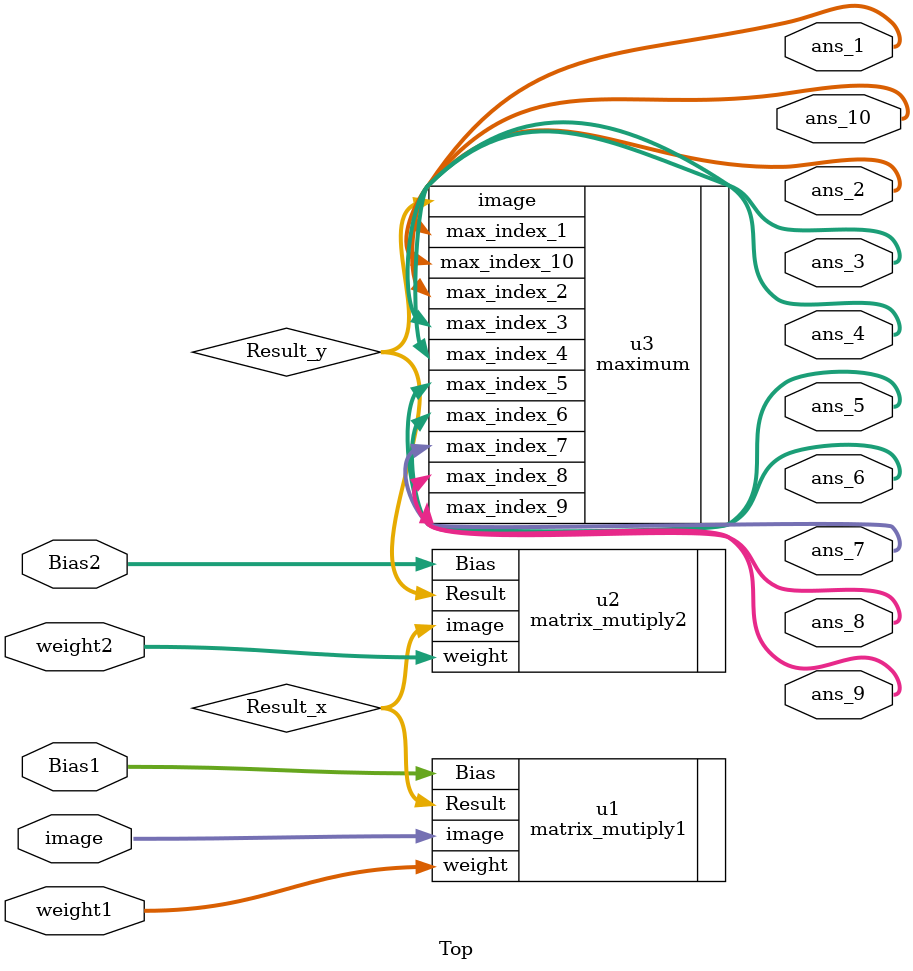
<source format=v>


module Top (input [14999:0] image,
            input [29999:0] weight1,
            input [599:0] Bias1,
            input [5999:0] weight2,
            input [299:0] Bias2,
            output [3:0] ans_1,
            output [3:0] ans_2,
            output [3:0] ans_3,
            output [3:0] ans_4,
            output [3:0] ans_5,
            output [3:0] ans_6,
            output [3:0] ans_7,
            output [3:0] ans_8,
            output [3:0] ans_9,
            output [3:0] ans_10);
    wire [5999:0] Result_x;         // variable of x in the homework 9 matlab code
    wire [2999:0] Result_y;         // variable of y in the homework 9 matlab code
    
    
    // ********************** Explanation of u1, u2 and u3. *********************
    // ==  ==  ==  ==  ==  ==  ==  = matrix_mutiply1 ==  ==  ==  ==  ==  ==  ==  ==  ==  ==  = 
    // calculate the values of x
    // and filter out values less than zero.
    // ==  ==  ==  ==  ==  ==  ==  ==  ==  ==  ==  ==  ==  ==  ==  ==  ==  ==  ==  ==  ==  ==  ==  ==  ==  ==  = 
    
    // ==  ==  ==  ==  ==  ==  ==  = matrix_mutiply2 ==  ==  ==  ==  ==  ==  ==  ==  ==  ==  ==  ==  ==  ==  ==  ==  ==  ==  ==  ==  ==  ==  ==  ==  ==  ==  ==  = 
    // calculate the values of y
    // and filter out values less than zero.
    // Although the matlab does not require filtering out zeros,
    // in Verilog, comparisons of register can only be made between unsigned values.
    // Therefore, I will filter out values less than zero here to facilitate the comparison.
    // ==  ==  ==  ==  ==  ==  ==  ==  ==  ==  ==  ==  ==  ==  ==  ==  ==  ==  ==  ==  ==  ==  ==  ==  ==  ==  ==  ==  ==  ==  ==  ==  ==  ==  ==  ==  ==  ==  ==  ==  ==  ==  ==  = 
    
    // ==  ==  ==  ==  ==  ==  ==  = Maximum ==  ==  ==  ==  ==  ==  ==  ==  ==  ==  ==  ==  ==  ==  ==  ==  ==  ==  ==  ==  ==  ==  ==  ==  ==  ==  ==  = 
    // Comparison the values and output the index of the maximum value for i = 1 to 10
    // ==  ==  ==  ==  ==  ==  ==  ==  ==  ==  ==  ==  ==  ==  ==  ==  ==  ==  ==  ==  ==  ==  ==  ==  ==  ==  ==  ==  ==  ==  ==  ==  ==  ==  ==  ==  ==  ==  ==  = 
    // ********************* Explanation of u1, u2 and u3. *********************
    
    matrix_mutiply1 u1 (.image(image),
    .weight(weight1),
    .Bias(Bias1),
    .Result(Result_x));
    
    
    matrix_mutiply2 u2 (.image(Result_x),
    .weight(weight2),
    .Bias(Bias2),
    .Result(Result_y));
    
    maximum u3 (.image(Result_y),
    .max_index_1(ans_1),
    .max_index_2(ans_2),
    .max_index_3(ans_3),
    .max_index_4(ans_4),
    .max_index_5(ans_5),
    .max_index_6(ans_6),
    .max_index_7(ans_7),
    .max_index_8(ans_8),
    .max_index_9(ans_9),
    .max_index_10(ans_10));
    
endmodule //Top

</source>
